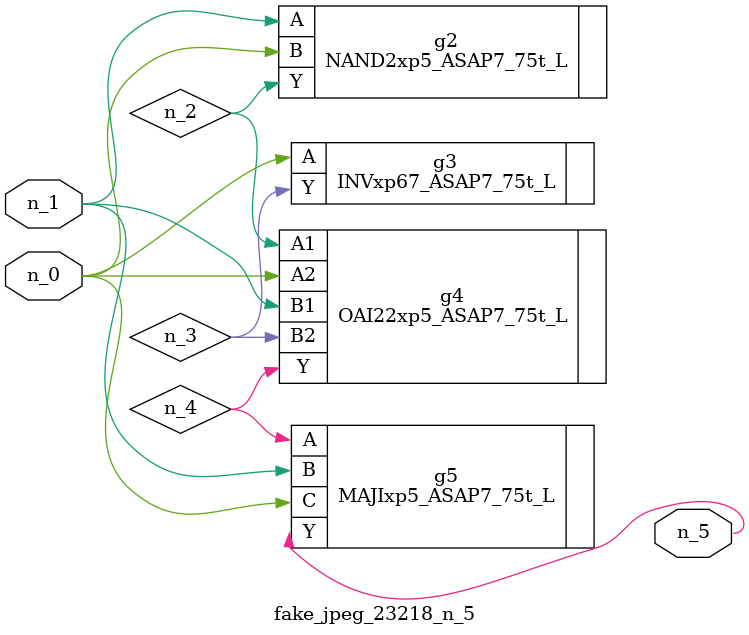
<source format=v>
module fake_jpeg_23218_n_5 (n_0, n_1, n_5);

input n_0;
input n_1;

output n_5;

wire n_3;
wire n_2;
wire n_4;

NAND2xp5_ASAP7_75t_L g2 ( 
.A(n_1),
.B(n_0),
.Y(n_2)
);

INVxp67_ASAP7_75t_L g3 ( 
.A(n_0),
.Y(n_3)
);

OAI22xp5_ASAP7_75t_L g4 ( 
.A1(n_2),
.A2(n_0),
.B1(n_1),
.B2(n_3),
.Y(n_4)
);

MAJIxp5_ASAP7_75t_L g5 ( 
.A(n_4),
.B(n_1),
.C(n_0),
.Y(n_5)
);


endmodule
</source>
